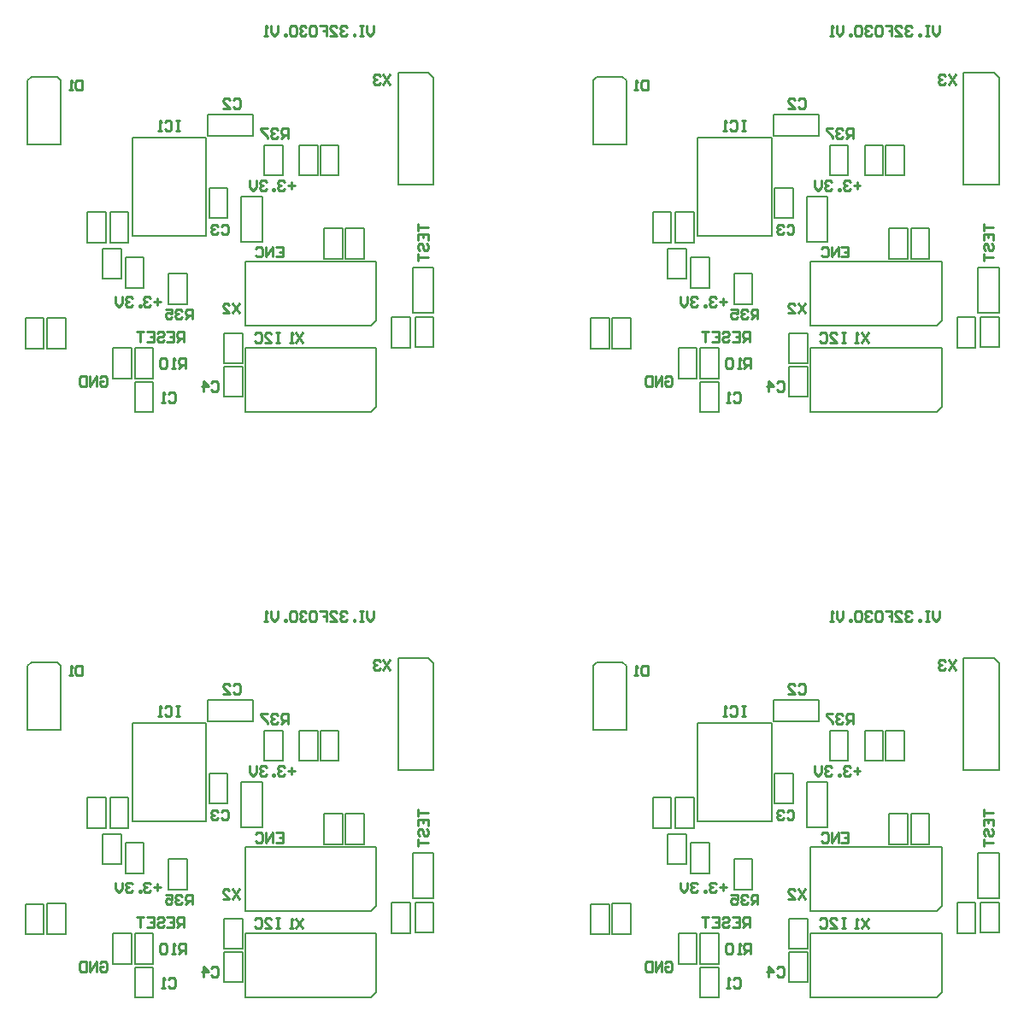
<source format=gbo>
G04*
G04 #@! TF.GenerationSoftware,Altium Limited,Altium Designer,21.8.1 (53)*
G04*
G04 Layer_Color=32896*
%FSLAX44Y44*%
%MOMM*%
G71*
G04*
G04 #@! TF.SameCoordinates,A6134195-47DE-4A90-8313-BABE1660A9E3*
G04*
G04*
G04 #@! TF.FilePolarity,Positive*
G04*
G01*
G75*
%ADD18C,0.2540*%
%ADD43C,0.2000*%
D18*
X90908Y47295D02*
X92574Y48961D01*
X95906D01*
X97572Y47295D01*
Y40630D01*
X95906Y38964D01*
X92574D01*
X90908Y40630D01*
Y43962D01*
X94240D01*
X87575Y38964D02*
Y48961D01*
X80911Y38964D01*
Y48961D01*
X77579D02*
Y38964D01*
X72580D01*
X70914Y40630D01*
Y47295D01*
X72580Y48961D01*
X77579D01*
X151166Y122448D02*
X144502D01*
X147834Y125781D02*
Y119116D01*
X141169Y125781D02*
X139503Y127447D01*
X136171D01*
X134505Y125781D01*
Y124115D01*
X136171Y122448D01*
X137837D01*
X136171D01*
X134505Y120782D01*
Y119116D01*
X136171Y117450D01*
X139503D01*
X141169Y119116D01*
X131173Y117450D02*
Y119116D01*
X129506D01*
Y117450D01*
X131173D01*
X122842Y125781D02*
X121176Y127447D01*
X117844D01*
X116177Y125781D01*
Y124115D01*
X117844Y122448D01*
X119510D01*
X117844D01*
X116177Y120782D01*
Y119116D01*
X117844Y117450D01*
X121176D01*
X122842Y119116D01*
X112845Y127447D02*
Y120782D01*
X109513Y117450D01*
X106181Y120782D01*
Y127447D01*
X361986Y396179D02*
Y389514D01*
X358654Y386182D01*
X355322Y389514D01*
Y396179D01*
X351989D02*
X348657D01*
X350323D01*
Y386182D01*
X351989D01*
X348657D01*
X343659D02*
Y387848D01*
X341992D01*
Y386182D01*
X343659D01*
X335328Y394513D02*
X333662Y396179D01*
X330330D01*
X328663Y394513D01*
Y392846D01*
X330330Y391180D01*
X331996D01*
X330330D01*
X328663Y389514D01*
Y387848D01*
X330330Y386182D01*
X333662D01*
X335328Y387848D01*
X318667Y386182D02*
X325331D01*
X318667Y392846D01*
Y394513D01*
X320333Y396179D01*
X323665D01*
X325331Y394513D01*
X308670Y396179D02*
X315334D01*
Y391180D01*
X312002D01*
X315334D01*
Y386182D01*
X305338Y394513D02*
X303671Y396179D01*
X300339D01*
X298673Y394513D01*
Y387848D01*
X300339Y386182D01*
X303671D01*
X305338Y387848D01*
Y394513D01*
X295341D02*
X293675Y396179D01*
X290343D01*
X288676Y394513D01*
Y392846D01*
X290343Y391180D01*
X292009D01*
X290343D01*
X288676Y389514D01*
Y387848D01*
X290343Y386182D01*
X293675D01*
X295341Y387848D01*
X285344Y394513D02*
X283678Y396179D01*
X280346D01*
X278680Y394513D01*
Y387848D01*
X280346Y386182D01*
X283678D01*
X285344Y387848D01*
Y394513D01*
X275347Y386182D02*
Y387848D01*
X273681D01*
Y386182D01*
X275347D01*
X267017Y396179D02*
Y389514D01*
X263684Y386182D01*
X260352Y389514D01*
Y396179D01*
X257020Y386182D02*
X253688D01*
X255354D01*
Y396179D01*
X257020Y394513D01*
X265406Y177231D02*
X272070D01*
Y167234D01*
X265406D01*
X272070Y172232D02*
X268738D01*
X262073Y167234D02*
Y177231D01*
X255409Y167234D01*
Y177231D01*
X245412Y175565D02*
X247078Y177231D01*
X250410D01*
X252076Y175565D01*
Y168900D01*
X250410Y167234D01*
X247078D01*
X245412Y168900D01*
X269022Y92141D02*
X265690D01*
X267356D01*
Y82144D01*
X269022D01*
X265690D01*
X254027D02*
X260691D01*
X254027Y88808D01*
Y90475D01*
X255693Y92141D01*
X259025D01*
X260691Y90475D01*
X244030D02*
X245696Y92141D01*
X249028D01*
X250695Y90475D01*
Y83810D01*
X249028Y82144D01*
X245696D01*
X244030Y83810D01*
X284008Y237764D02*
X277344D01*
X280676Y241097D02*
Y234432D01*
X274011Y241097D02*
X272345Y242763D01*
X269013D01*
X267347Y241097D01*
Y239431D01*
X269013Y237764D01*
X270679D01*
X269013D01*
X267347Y236098D01*
Y234432D01*
X269013Y232766D01*
X272345D01*
X274011Y234432D01*
X264014Y232766D02*
Y234432D01*
X262348D01*
Y232766D01*
X264014D01*
X255684Y241097D02*
X254018Y242763D01*
X250686D01*
X249019Y241097D01*
Y239431D01*
X250686Y237764D01*
X252352D01*
X250686D01*
X249019Y236098D01*
Y234432D01*
X250686Y232766D01*
X254018D01*
X255684Y234432D01*
X245687Y242763D02*
Y236098D01*
X242355Y232766D01*
X239023Y236098D01*
Y242763D01*
X406003Y200000D02*
Y193335D01*
Y196668D01*
X416000D01*
X406003Y183339D02*
Y190003D01*
X416000D01*
Y183339D01*
X411002Y190003D02*
Y186671D01*
X407669Y173342D02*
X406003Y175008D01*
Y178340D01*
X407669Y180007D01*
X409336D01*
X411002Y178340D01*
Y175008D01*
X412668Y173342D01*
X414334D01*
X416000Y175008D01*
Y178340D01*
X414334Y180007D01*
X406003Y170010D02*
Y163345D01*
Y166677D01*
X416000D01*
X174026Y82906D02*
Y92903D01*
X169028D01*
X167362Y91237D01*
Y87904D01*
X169028Y86238D01*
X174026D01*
X170694D02*
X167362Y82906D01*
X157365Y92903D02*
X164029D01*
Y82906D01*
X157365D01*
X164029Y87904D02*
X160697D01*
X147368Y91237D02*
X149034Y92903D01*
X152366D01*
X154032Y91237D01*
Y89571D01*
X152366Y87904D01*
X149034D01*
X147368Y86238D01*
Y84572D01*
X149034Y82906D01*
X152366D01*
X154032Y84572D01*
X137371Y92903D02*
X144036D01*
Y82906D01*
X137371D01*
X144036Y87904D02*
X140703D01*
X134039Y92903D02*
X127374D01*
X130707D01*
Y82906D01*
X201398Y42469D02*
X203064Y44135D01*
X206396D01*
X208062Y42469D01*
Y35804D01*
X206396Y34138D01*
X203064D01*
X201398Y35804D01*
X193067Y34138D02*
Y44135D01*
X198065Y39136D01*
X191401D01*
X211304Y197663D02*
X212970Y199329D01*
X216302D01*
X217968Y197663D01*
Y190998D01*
X216302Y189332D01*
X212970D01*
X211304Y190998D01*
X207971Y197663D02*
X206305Y199329D01*
X202973D01*
X201307Y197663D01*
Y195996D01*
X202973Y194330D01*
X204639D01*
X202973D01*
X201307Y192664D01*
Y190998D01*
X202973Y189332D01*
X206305D01*
X207971Y190998D01*
X73437Y342380D02*
Y332384D01*
X68438D01*
X66772Y334050D01*
Y340714D01*
X68438Y342380D01*
X73437D01*
X63440Y332384D02*
X60108D01*
X61774D01*
Y342380D01*
X63440Y340714D01*
X378242Y347665D02*
X371578Y337668D01*
Y347665D02*
X378242Y337668D01*
X368245Y345999D02*
X366579Y347665D01*
X363247D01*
X361581Y345999D01*
Y344333D01*
X363247Y342666D01*
X364913D01*
X363247D01*
X361581Y341000D01*
Y339334D01*
X363247Y337668D01*
X366579D01*
X368245Y339334D01*
X158472Y31293D02*
X160138Y32959D01*
X163470D01*
X165136Y31293D01*
Y24628D01*
X163470Y22962D01*
X160138D01*
X158472Y24628D01*
X155139Y22962D02*
X151807D01*
X153473D01*
Y32959D01*
X155139Y31293D01*
X175550Y56998D02*
Y66995D01*
X170552D01*
X168886Y65329D01*
Y61996D01*
X170552Y60330D01*
X175550D01*
X172218D02*
X168886Y56998D01*
X165553D02*
X162221D01*
X163887D01*
Y66995D01*
X165553Y65329D01*
X157223D02*
X155556Y66995D01*
X152224D01*
X150558Y65329D01*
Y58664D01*
X152224Y56998D01*
X155556D01*
X157223Y58664D01*
Y65329D01*
X291882Y91887D02*
X285218Y81890D01*
Y91887D02*
X291882Y81890D01*
X281885D02*
X278553D01*
X280219D01*
Y91887D01*
X281885Y90221D01*
X229144Y121351D02*
X222480Y111354D01*
Y121351D02*
X229144Y111354D01*
X212483D02*
X219147D01*
X212483Y118019D01*
Y119685D01*
X214149Y121351D01*
X217481D01*
X219147Y119685D01*
X169962Y301945D02*
X166630D01*
X168296D01*
Y291948D01*
X169962D01*
X166630D01*
X154967Y300279D02*
X156633Y301945D01*
X159965D01*
X161631Y300279D01*
Y293614D01*
X159965Y291948D01*
X156633D01*
X154967Y293614D01*
X151635Y291948D02*
X148302D01*
X149969D01*
Y301945D01*
X151635Y300279D01*
X222734Y322631D02*
X224400Y324297D01*
X227732D01*
X229398Y322631D01*
Y315966D01*
X227732Y314300D01*
X224400D01*
X222734Y315966D01*
X212737Y314300D02*
X219401D01*
X212737Y320965D01*
Y322631D01*
X214403Y324297D01*
X217735D01*
X219401Y322631D01*
X182408Y105512D02*
Y115509D01*
X177410D01*
X175744Y113843D01*
Y110510D01*
X177410Y108844D01*
X182408D01*
X179076D02*
X175744Y105512D01*
X172411Y113843D02*
X170745Y115509D01*
X167413D01*
X165747Y113843D01*
Y112177D01*
X167413Y110510D01*
X169079D01*
X167413D01*
X165747Y108844D01*
Y107178D01*
X167413Y105512D01*
X170745D01*
X172411Y107178D01*
X155750Y115509D02*
X162414D01*
Y110510D01*
X159082Y112177D01*
X157416D01*
X155750Y110510D01*
Y107178D01*
X157416Y105512D01*
X160748D01*
X162414Y107178D01*
X276896Y284328D02*
Y294325D01*
X271898D01*
X270232Y292659D01*
Y289326D01*
X271898Y287660D01*
X276896D01*
X273564D02*
X270232Y284328D01*
X266899Y292659D02*
X265233Y294325D01*
X261901D01*
X260235Y292659D01*
Y290993D01*
X261901Y289326D01*
X263567D01*
X261901D01*
X260235Y287660D01*
Y285994D01*
X261901Y284328D01*
X265233D01*
X266899Y285994D01*
X256903Y294325D02*
X250238D01*
Y292659D01*
X256903Y285994D01*
Y284328D01*
X650908Y47295D02*
X652574Y48961D01*
X655906D01*
X657572Y47295D01*
Y40630D01*
X655906Y38964D01*
X652574D01*
X650908Y40630D01*
Y43962D01*
X654240D01*
X647575Y38964D02*
Y48961D01*
X640911Y38964D01*
Y48961D01*
X637579D02*
Y38964D01*
X632580D01*
X630914Y40630D01*
Y47295D01*
X632580Y48961D01*
X637579D01*
X711166Y122448D02*
X704502D01*
X707834Y125781D02*
Y119116D01*
X701169Y125781D02*
X699503Y127447D01*
X696171D01*
X694505Y125781D01*
Y124115D01*
X696171Y122448D01*
X697837D01*
X696171D01*
X694505Y120782D01*
Y119116D01*
X696171Y117450D01*
X699503D01*
X701169Y119116D01*
X691173Y117450D02*
Y119116D01*
X689507D01*
Y117450D01*
X691173D01*
X682842Y125781D02*
X681176Y127447D01*
X677844D01*
X676178Y125781D01*
Y124115D01*
X677844Y122448D01*
X679510D01*
X677844D01*
X676178Y120782D01*
Y119116D01*
X677844Y117450D01*
X681176D01*
X682842Y119116D01*
X672845Y127447D02*
Y120782D01*
X669513Y117450D01*
X666181Y120782D01*
Y127447D01*
X921986Y396179D02*
Y389514D01*
X918654Y386182D01*
X915322Y389514D01*
Y396179D01*
X911989D02*
X908657D01*
X910323D01*
Y386182D01*
X911989D01*
X908657D01*
X903659D02*
Y387848D01*
X901993D01*
Y386182D01*
X903659D01*
X895328Y394513D02*
X893662Y396179D01*
X890330D01*
X888664Y394513D01*
Y392846D01*
X890330Y391180D01*
X891996D01*
X890330D01*
X888664Y389514D01*
Y387848D01*
X890330Y386182D01*
X893662D01*
X895328Y387848D01*
X878667Y386182D02*
X885331D01*
X878667Y392846D01*
Y394513D01*
X880333Y396179D01*
X883665D01*
X885331Y394513D01*
X868670Y396179D02*
X875334D01*
Y391180D01*
X872002D01*
X875334D01*
Y386182D01*
X865338Y394513D02*
X863672Y396179D01*
X860339D01*
X858673Y394513D01*
Y387848D01*
X860339Y386182D01*
X863672D01*
X865338Y387848D01*
Y394513D01*
X855341D02*
X853675Y396179D01*
X850343D01*
X848677Y394513D01*
Y392846D01*
X850343Y391180D01*
X852009D01*
X850343D01*
X848677Y389514D01*
Y387848D01*
X850343Y386182D01*
X853675D01*
X855341Y387848D01*
X845344Y394513D02*
X843678Y396179D01*
X840346D01*
X838680Y394513D01*
Y387848D01*
X840346Y386182D01*
X843678D01*
X845344Y387848D01*
Y394513D01*
X835347Y386182D02*
Y387848D01*
X833681D01*
Y386182D01*
X835347D01*
X827017Y396179D02*
Y389514D01*
X823684Y386182D01*
X820352Y389514D01*
Y396179D01*
X817020Y386182D02*
X813688D01*
X815354D01*
Y396179D01*
X817020Y394513D01*
X825406Y177231D02*
X832070D01*
Y167234D01*
X825406D01*
X832070Y172232D02*
X828738D01*
X822073Y167234D02*
Y177231D01*
X815409Y167234D01*
Y177231D01*
X805412Y175565D02*
X807078Y177231D01*
X810411D01*
X812077Y175565D01*
Y168900D01*
X810411Y167234D01*
X807078D01*
X805412Y168900D01*
X829022Y92141D02*
X825690D01*
X827356D01*
Y82144D01*
X829022D01*
X825690D01*
X814027D02*
X820692D01*
X814027Y88808D01*
Y90475D01*
X815693Y92141D01*
X819025D01*
X820692Y90475D01*
X804030D02*
X805696Y92141D01*
X809029D01*
X810695Y90475D01*
Y83810D01*
X809029Y82144D01*
X805696D01*
X804030Y83810D01*
X844008Y237764D02*
X837344D01*
X840676Y241097D02*
Y234432D01*
X834011Y241097D02*
X832345Y242763D01*
X829013D01*
X827347Y241097D01*
Y239431D01*
X829013Y237764D01*
X830679D01*
X829013D01*
X827347Y236098D01*
Y234432D01*
X829013Y232766D01*
X832345D01*
X834011Y234432D01*
X824015Y232766D02*
Y234432D01*
X822348D01*
Y232766D01*
X824015D01*
X815684Y241097D02*
X814018Y242763D01*
X810686D01*
X809019Y241097D01*
Y239431D01*
X810686Y237764D01*
X812352D01*
X810686D01*
X809019Y236098D01*
Y234432D01*
X810686Y232766D01*
X814018D01*
X815684Y234432D01*
X805687Y242763D02*
Y236098D01*
X802355Y232766D01*
X799023Y236098D01*
Y242763D01*
X966003Y200000D02*
Y193335D01*
Y196668D01*
X976000D01*
X966003Y183339D02*
Y190003D01*
X976000D01*
Y183339D01*
X971002Y190003D02*
Y186671D01*
X967670Y173342D02*
X966003Y175008D01*
Y178340D01*
X967670Y180007D01*
X969336D01*
X971002Y178340D01*
Y175008D01*
X972668Y173342D01*
X974334D01*
X976000Y175008D01*
Y178340D01*
X974334Y180007D01*
X966003Y170010D02*
Y163345D01*
Y166677D01*
X976000D01*
X734026Y82906D02*
Y92903D01*
X729028D01*
X727362Y91237D01*
Y87904D01*
X729028Y86238D01*
X734026D01*
X730694D02*
X727362Y82906D01*
X717365Y92903D02*
X724029D01*
Y82906D01*
X717365D01*
X724029Y87904D02*
X720697D01*
X707368Y91237D02*
X709034Y92903D01*
X712366D01*
X714033Y91237D01*
Y89571D01*
X712366Y87904D01*
X709034D01*
X707368Y86238D01*
Y84572D01*
X709034Y82906D01*
X712366D01*
X714033Y84572D01*
X697371Y92903D02*
X704036D01*
Y82906D01*
X697371D01*
X704036Y87904D02*
X700704D01*
X694039Y92903D02*
X687374D01*
X690707D01*
Y82906D01*
X761398Y42469D02*
X763064Y44135D01*
X766396D01*
X768062Y42469D01*
Y35804D01*
X766396Y34138D01*
X763064D01*
X761398Y35804D01*
X753067Y34138D02*
Y44135D01*
X758065Y39136D01*
X751401D01*
X771304Y197663D02*
X772970Y199329D01*
X776302D01*
X777968Y197663D01*
Y190998D01*
X776302Y189332D01*
X772970D01*
X771304Y190998D01*
X767971Y197663D02*
X766305Y199329D01*
X762973D01*
X761307Y197663D01*
Y195996D01*
X762973Y194330D01*
X764639D01*
X762973D01*
X761307Y192664D01*
Y190998D01*
X762973Y189332D01*
X766305D01*
X767971Y190998D01*
X633437Y342380D02*
Y332384D01*
X628438D01*
X626772Y334050D01*
Y340714D01*
X628438Y342380D01*
X633437D01*
X623440Y332384D02*
X620108D01*
X621774D01*
Y342380D01*
X623440Y340714D01*
X938242Y347665D02*
X931578Y337668D01*
Y347665D02*
X938242Y337668D01*
X928245Y345999D02*
X926579Y347665D01*
X923247D01*
X921581Y345999D01*
Y344333D01*
X923247Y342666D01*
X924913D01*
X923247D01*
X921581Y341000D01*
Y339334D01*
X923247Y337668D01*
X926579D01*
X928245Y339334D01*
X718472Y31293D02*
X720138Y32959D01*
X723470D01*
X725136Y31293D01*
Y24628D01*
X723470Y22962D01*
X720138D01*
X718472Y24628D01*
X715139Y22962D02*
X711807D01*
X713473D01*
Y32959D01*
X715139Y31293D01*
X735550Y56998D02*
Y66995D01*
X730552D01*
X728886Y65329D01*
Y61996D01*
X730552Y60330D01*
X735550D01*
X732218D02*
X728886Y56998D01*
X725553D02*
X722221D01*
X723887D01*
Y66995D01*
X725553Y65329D01*
X717223D02*
X715557Y66995D01*
X712224D01*
X710558Y65329D01*
Y58664D01*
X712224Y56998D01*
X715557D01*
X717223Y58664D01*
Y65329D01*
X851882Y91887D02*
X845218Y81890D01*
Y91887D02*
X851882Y81890D01*
X841885D02*
X838553D01*
X840219D01*
Y91887D01*
X841885Y90221D01*
X789144Y121351D02*
X782480Y111354D01*
Y121351D02*
X789144Y111354D01*
X772483D02*
X779147D01*
X772483Y118019D01*
Y119685D01*
X774149Y121351D01*
X777481D01*
X779147Y119685D01*
X729962Y301945D02*
X726630D01*
X728296D01*
Y291948D01*
X729962D01*
X726630D01*
X714967Y300279D02*
X716633Y301945D01*
X719965D01*
X721631Y300279D01*
Y293614D01*
X719965Y291948D01*
X716633D01*
X714967Y293614D01*
X711635Y291948D02*
X708303D01*
X709969D01*
Y301945D01*
X711635Y300279D01*
X782734Y322631D02*
X784400Y324297D01*
X787732D01*
X789398Y322631D01*
Y315966D01*
X787732Y314300D01*
X784400D01*
X782734Y315966D01*
X772737Y314300D02*
X779401D01*
X772737Y320965D01*
Y322631D01*
X774403Y324297D01*
X777735D01*
X779401Y322631D01*
X742408Y105512D02*
Y115509D01*
X737410D01*
X735744Y113843D01*
Y110510D01*
X737410Y108844D01*
X742408D01*
X739076D02*
X735744Y105512D01*
X732411Y113843D02*
X730745Y115509D01*
X727413D01*
X725747Y113843D01*
Y112177D01*
X727413Y110510D01*
X729079D01*
X727413D01*
X725747Y108844D01*
Y107178D01*
X727413Y105512D01*
X730745D01*
X732411Y107178D01*
X715750Y115509D02*
X722415D01*
Y110510D01*
X719082Y112177D01*
X717416D01*
X715750Y110510D01*
Y107178D01*
X717416Y105512D01*
X720749D01*
X722415Y107178D01*
X836896Y284328D02*
Y294325D01*
X831898D01*
X830232Y292659D01*
Y289326D01*
X831898Y287660D01*
X836896D01*
X833564D02*
X830232Y284328D01*
X826899Y292659D02*
X825233Y294325D01*
X821901D01*
X820235Y292659D01*
Y290993D01*
X821901Y289326D01*
X823567D01*
X821901D01*
X820235Y287660D01*
Y285994D01*
X821901Y284328D01*
X825233D01*
X826899Y285994D01*
X816903Y294325D02*
X810238D01*
Y292659D01*
X816903Y285994D01*
Y284328D01*
X90908Y627295D02*
X92574Y628961D01*
X95906D01*
X97572Y627295D01*
Y620630D01*
X95906Y618964D01*
X92574D01*
X90908Y620630D01*
Y623962D01*
X94240D01*
X87575Y618964D02*
Y628961D01*
X80911Y618964D01*
Y628961D01*
X77579D02*
Y618964D01*
X72580D01*
X70914Y620630D01*
Y627295D01*
X72580Y628961D01*
X77579D01*
X151166Y702448D02*
X144502D01*
X147834Y705781D02*
Y699116D01*
X141169Y705781D02*
X139503Y707447D01*
X136171D01*
X134505Y705781D01*
Y704115D01*
X136171Y702448D01*
X137837D01*
X136171D01*
X134505Y700782D01*
Y699116D01*
X136171Y697450D01*
X139503D01*
X141169Y699116D01*
X131173Y697450D02*
Y699116D01*
X129506D01*
Y697450D01*
X131173D01*
X122842Y705781D02*
X121176Y707447D01*
X117844D01*
X116177Y705781D01*
Y704115D01*
X117844Y702448D01*
X119510D01*
X117844D01*
X116177Y700782D01*
Y699116D01*
X117844Y697450D01*
X121176D01*
X122842Y699116D01*
X112845Y707447D02*
Y700782D01*
X109513Y697450D01*
X106181Y700782D01*
Y707447D01*
X361986Y976179D02*
Y969514D01*
X358654Y966182D01*
X355322Y969514D01*
Y976179D01*
X351989D02*
X348657D01*
X350323D01*
Y966182D01*
X351989D01*
X348657D01*
X343659D02*
Y967848D01*
X341992D01*
Y966182D01*
X343659D01*
X335328Y974513D02*
X333662Y976179D01*
X330330D01*
X328663Y974513D01*
Y972847D01*
X330330Y971180D01*
X331996D01*
X330330D01*
X328663Y969514D01*
Y967848D01*
X330330Y966182D01*
X333662D01*
X335328Y967848D01*
X318667Y966182D02*
X325331D01*
X318667Y972847D01*
Y974513D01*
X320333Y976179D01*
X323665D01*
X325331Y974513D01*
X308670Y976179D02*
X315334D01*
Y971180D01*
X312002D01*
X315334D01*
Y966182D01*
X305338Y974513D02*
X303671Y976179D01*
X300339D01*
X298673Y974513D01*
Y967848D01*
X300339Y966182D01*
X303671D01*
X305338Y967848D01*
Y974513D01*
X295341D02*
X293675Y976179D01*
X290343D01*
X288676Y974513D01*
Y972847D01*
X290343Y971180D01*
X292009D01*
X290343D01*
X288676Y969514D01*
Y967848D01*
X290343Y966182D01*
X293675D01*
X295341Y967848D01*
X285344Y974513D02*
X283678Y976179D01*
X280346D01*
X278680Y974513D01*
Y967848D01*
X280346Y966182D01*
X283678D01*
X285344Y967848D01*
Y974513D01*
X275347Y966182D02*
Y967848D01*
X273681D01*
Y966182D01*
X275347D01*
X267017Y976179D02*
Y969514D01*
X263684Y966182D01*
X260352Y969514D01*
Y976179D01*
X257020Y966182D02*
X253688D01*
X255354D01*
Y976179D01*
X257020Y974513D01*
X265406Y757231D02*
X272070D01*
Y747234D01*
X265406D01*
X272070Y752232D02*
X268738D01*
X262073Y747234D02*
Y757231D01*
X255409Y747234D01*
Y757231D01*
X245412Y755565D02*
X247078Y757231D01*
X250410D01*
X252076Y755565D01*
Y748900D01*
X250410Y747234D01*
X247078D01*
X245412Y748900D01*
X269022Y672141D02*
X265690D01*
X267356D01*
Y662144D01*
X269022D01*
X265690D01*
X254027D02*
X260691D01*
X254027Y668809D01*
Y670475D01*
X255693Y672141D01*
X259025D01*
X260691Y670475D01*
X244030D02*
X245696Y672141D01*
X249028D01*
X250695Y670475D01*
Y663810D01*
X249028Y662144D01*
X245696D01*
X244030Y663810D01*
X284008Y817764D02*
X277344D01*
X280676Y821097D02*
Y814432D01*
X274011Y821097D02*
X272345Y822763D01*
X269013D01*
X267347Y821097D01*
Y819430D01*
X269013Y817764D01*
X270679D01*
X269013D01*
X267347Y816098D01*
Y814432D01*
X269013Y812766D01*
X272345D01*
X274011Y814432D01*
X264014Y812766D02*
Y814432D01*
X262348D01*
Y812766D01*
X264014D01*
X255684Y821097D02*
X254018Y822763D01*
X250686D01*
X249019Y821097D01*
Y819430D01*
X250686Y817764D01*
X252352D01*
X250686D01*
X249019Y816098D01*
Y814432D01*
X250686Y812766D01*
X254018D01*
X255684Y814432D01*
X245687Y822763D02*
Y816098D01*
X242355Y812766D01*
X239023Y816098D01*
Y822763D01*
X406003Y780000D02*
Y773335D01*
Y776668D01*
X416000D01*
X406003Y763339D02*
Y770003D01*
X416000D01*
Y763339D01*
X411002Y770003D02*
Y766671D01*
X407669Y753342D02*
X406003Y755008D01*
Y758340D01*
X407669Y760006D01*
X409336D01*
X411002Y758340D01*
Y755008D01*
X412668Y753342D01*
X414334D01*
X416000Y755008D01*
Y758340D01*
X414334Y760006D01*
X406003Y750010D02*
Y743345D01*
Y746677D01*
X416000D01*
X174026Y662906D02*
Y672903D01*
X169028D01*
X167362Y671237D01*
Y667904D01*
X169028Y666238D01*
X174026D01*
X170694D02*
X167362Y662906D01*
X157365Y672903D02*
X164029D01*
Y662906D01*
X157365D01*
X164029Y667904D02*
X160697D01*
X147368Y671237D02*
X149034Y672903D01*
X152366D01*
X154032Y671237D01*
Y669570D01*
X152366Y667904D01*
X149034D01*
X147368Y666238D01*
Y664572D01*
X149034Y662906D01*
X152366D01*
X154032Y664572D01*
X137371Y672903D02*
X144036D01*
Y662906D01*
X137371D01*
X144036Y667904D02*
X140703D01*
X134039Y672903D02*
X127374D01*
X130707D01*
Y662906D01*
X201398Y622469D02*
X203064Y624135D01*
X206396D01*
X208062Y622469D01*
Y615804D01*
X206396Y614138D01*
X203064D01*
X201398Y615804D01*
X193067Y614138D02*
Y624135D01*
X198065Y619136D01*
X191401D01*
X211304Y777663D02*
X212970Y779329D01*
X216302D01*
X217968Y777663D01*
Y770998D01*
X216302Y769332D01*
X212970D01*
X211304Y770998D01*
X207971Y777663D02*
X206305Y779329D01*
X202973D01*
X201307Y777663D01*
Y775996D01*
X202973Y774330D01*
X204639D01*
X202973D01*
X201307Y772664D01*
Y770998D01*
X202973Y769332D01*
X206305D01*
X207971Y770998D01*
X73437Y922380D02*
Y912384D01*
X68438D01*
X66772Y914050D01*
Y920714D01*
X68438Y922380D01*
X73437D01*
X63440Y912384D02*
X60108D01*
X61774D01*
Y922380D01*
X63440Y920714D01*
X378242Y927665D02*
X371578Y917668D01*
Y927665D02*
X378242Y917668D01*
X368245Y925999D02*
X366579Y927665D01*
X363247D01*
X361581Y925999D01*
Y924333D01*
X363247Y922666D01*
X364913D01*
X363247D01*
X361581Y921000D01*
Y919334D01*
X363247Y917668D01*
X366579D01*
X368245Y919334D01*
X158472Y611293D02*
X160138Y612959D01*
X163470D01*
X165136Y611293D01*
Y604628D01*
X163470Y602962D01*
X160138D01*
X158472Y604628D01*
X155139Y602962D02*
X151807D01*
X153473D01*
Y612959D01*
X155139Y611293D01*
X175550Y636998D02*
Y646995D01*
X170552D01*
X168886Y645329D01*
Y641996D01*
X170552Y640330D01*
X175550D01*
X172218D02*
X168886Y636998D01*
X165553D02*
X162221D01*
X163887D01*
Y646995D01*
X165553Y645329D01*
X157223D02*
X155556Y646995D01*
X152224D01*
X150558Y645329D01*
Y638664D01*
X152224Y636998D01*
X155556D01*
X157223Y638664D01*
Y645329D01*
X291882Y671887D02*
X285218Y661890D01*
Y671887D02*
X291882Y661890D01*
X281885D02*
X278553D01*
X280219D01*
Y671887D01*
X281885Y670221D01*
X229144Y701351D02*
X222480Y691354D01*
Y701351D02*
X229144Y691354D01*
X212483D02*
X219147D01*
X212483Y698018D01*
Y699685D01*
X214149Y701351D01*
X217481D01*
X219147Y699685D01*
X169962Y881945D02*
X166630D01*
X168296D01*
Y871948D01*
X169962D01*
X166630D01*
X154967Y880279D02*
X156633Y881945D01*
X159965D01*
X161631Y880279D01*
Y873614D01*
X159965Y871948D01*
X156633D01*
X154967Y873614D01*
X151635Y871948D02*
X148302D01*
X149969D01*
Y881945D01*
X151635Y880279D01*
X222734Y902631D02*
X224400Y904297D01*
X227732D01*
X229398Y902631D01*
Y895966D01*
X227732Y894300D01*
X224400D01*
X222734Y895966D01*
X212737Y894300D02*
X219401D01*
X212737Y900965D01*
Y902631D01*
X214403Y904297D01*
X217735D01*
X219401Y902631D01*
X182408Y685512D02*
Y695509D01*
X177410D01*
X175744Y693843D01*
Y690510D01*
X177410Y688844D01*
X182408D01*
X179076D02*
X175744Y685512D01*
X172411Y693843D02*
X170745Y695509D01*
X167413D01*
X165747Y693843D01*
Y692177D01*
X167413Y690510D01*
X169079D01*
X167413D01*
X165747Y688844D01*
Y687178D01*
X167413Y685512D01*
X170745D01*
X172411Y687178D01*
X155750Y695509D02*
X162414D01*
Y690510D01*
X159082Y692177D01*
X157416D01*
X155750Y690510D01*
Y687178D01*
X157416Y685512D01*
X160748D01*
X162414Y687178D01*
X276896Y864328D02*
Y874325D01*
X271898D01*
X270232Y872659D01*
Y869326D01*
X271898Y867660D01*
X276896D01*
X273564D02*
X270232Y864328D01*
X266899Y872659D02*
X265233Y874325D01*
X261901D01*
X260235Y872659D01*
Y870993D01*
X261901Y869326D01*
X263567D01*
X261901D01*
X260235Y867660D01*
Y865994D01*
X261901Y864328D01*
X265233D01*
X266899Y865994D01*
X256903Y874325D02*
X250238D01*
Y872659D01*
X256903Y865994D01*
Y864328D01*
X650908Y627295D02*
X652574Y628961D01*
X655906D01*
X657572Y627295D01*
Y620630D01*
X655906Y618964D01*
X652574D01*
X650908Y620630D01*
Y623962D01*
X654240D01*
X647575Y618964D02*
Y628961D01*
X640911Y618964D01*
Y628961D01*
X637579D02*
Y618964D01*
X632580D01*
X630914Y620630D01*
Y627295D01*
X632580Y628961D01*
X637579D01*
X711166Y702448D02*
X704502D01*
X707834Y705781D02*
Y699116D01*
X701169Y705781D02*
X699503Y707447D01*
X696171D01*
X694505Y705781D01*
Y704115D01*
X696171Y702448D01*
X697837D01*
X696171D01*
X694505Y700782D01*
Y699116D01*
X696171Y697450D01*
X699503D01*
X701169Y699116D01*
X691173Y697450D02*
Y699116D01*
X689507D01*
Y697450D01*
X691173D01*
X682842Y705781D02*
X681176Y707447D01*
X677844D01*
X676178Y705781D01*
Y704115D01*
X677844Y702448D01*
X679510D01*
X677844D01*
X676178Y700782D01*
Y699116D01*
X677844Y697450D01*
X681176D01*
X682842Y699116D01*
X672845Y707447D02*
Y700782D01*
X669513Y697450D01*
X666181Y700782D01*
Y707447D01*
X921986Y976179D02*
Y969514D01*
X918654Y966182D01*
X915322Y969514D01*
Y976179D01*
X911989D02*
X908657D01*
X910323D01*
Y966182D01*
X911989D01*
X908657D01*
X903659D02*
Y967848D01*
X901993D01*
Y966182D01*
X903659D01*
X895328Y974513D02*
X893662Y976179D01*
X890330D01*
X888664Y974513D01*
Y972847D01*
X890330Y971180D01*
X891996D01*
X890330D01*
X888664Y969514D01*
Y967848D01*
X890330Y966182D01*
X893662D01*
X895328Y967848D01*
X878667Y966182D02*
X885331D01*
X878667Y972847D01*
Y974513D01*
X880333Y976179D01*
X883665D01*
X885331Y974513D01*
X868670Y976179D02*
X875334D01*
Y971180D01*
X872002D01*
X875334D01*
Y966182D01*
X865338Y974513D02*
X863672Y976179D01*
X860339D01*
X858673Y974513D01*
Y967848D01*
X860339Y966182D01*
X863672D01*
X865338Y967848D01*
Y974513D01*
X855341D02*
X853675Y976179D01*
X850343D01*
X848677Y974513D01*
Y972847D01*
X850343Y971180D01*
X852009D01*
X850343D01*
X848677Y969514D01*
Y967848D01*
X850343Y966182D01*
X853675D01*
X855341Y967848D01*
X845344Y974513D02*
X843678Y976179D01*
X840346D01*
X838680Y974513D01*
Y967848D01*
X840346Y966182D01*
X843678D01*
X845344Y967848D01*
Y974513D01*
X835347Y966182D02*
Y967848D01*
X833681D01*
Y966182D01*
X835347D01*
X827017Y976179D02*
Y969514D01*
X823684Y966182D01*
X820352Y969514D01*
Y976179D01*
X817020Y966182D02*
X813688D01*
X815354D01*
Y976179D01*
X817020Y974513D01*
X825406Y757231D02*
X832070D01*
Y747234D01*
X825406D01*
X832070Y752232D02*
X828738D01*
X822073Y747234D02*
Y757231D01*
X815409Y747234D01*
Y757231D01*
X805412Y755565D02*
X807078Y757231D01*
X810411D01*
X812077Y755565D01*
Y748900D01*
X810411Y747234D01*
X807078D01*
X805412Y748900D01*
X829022Y672141D02*
X825690D01*
X827356D01*
Y662144D01*
X829022D01*
X825690D01*
X814027D02*
X820692D01*
X814027Y668809D01*
Y670475D01*
X815693Y672141D01*
X819025D01*
X820692Y670475D01*
X804030D02*
X805696Y672141D01*
X809029D01*
X810695Y670475D01*
Y663810D01*
X809029Y662144D01*
X805696D01*
X804030Y663810D01*
X844008Y817764D02*
X837344D01*
X840676Y821097D02*
Y814432D01*
X834011Y821097D02*
X832345Y822763D01*
X829013D01*
X827347Y821097D01*
Y819430D01*
X829013Y817764D01*
X830679D01*
X829013D01*
X827347Y816098D01*
Y814432D01*
X829013Y812766D01*
X832345D01*
X834011Y814432D01*
X824015Y812766D02*
Y814432D01*
X822348D01*
Y812766D01*
X824015D01*
X815684Y821097D02*
X814018Y822763D01*
X810686D01*
X809019Y821097D01*
Y819430D01*
X810686Y817764D01*
X812352D01*
X810686D01*
X809019Y816098D01*
Y814432D01*
X810686Y812766D01*
X814018D01*
X815684Y814432D01*
X805687Y822763D02*
Y816098D01*
X802355Y812766D01*
X799023Y816098D01*
Y822763D01*
X966003Y780000D02*
Y773335D01*
Y776668D01*
X976000D01*
X966003Y763339D02*
Y770003D01*
X976000D01*
Y763339D01*
X971002Y770003D02*
Y766671D01*
X967670Y753342D02*
X966003Y755008D01*
Y758340D01*
X967670Y760006D01*
X969336D01*
X971002Y758340D01*
Y755008D01*
X972668Y753342D01*
X974334D01*
X976000Y755008D01*
Y758340D01*
X974334Y760006D01*
X966003Y750010D02*
Y743345D01*
Y746677D01*
X976000D01*
X734026Y662906D02*
Y672903D01*
X729028D01*
X727362Y671237D01*
Y667904D01*
X729028Y666238D01*
X734026D01*
X730694D02*
X727362Y662906D01*
X717365Y672903D02*
X724029D01*
Y662906D01*
X717365D01*
X724029Y667904D02*
X720697D01*
X707368Y671237D02*
X709034Y672903D01*
X712366D01*
X714033Y671237D01*
Y669570D01*
X712366Y667904D01*
X709034D01*
X707368Y666238D01*
Y664572D01*
X709034Y662906D01*
X712366D01*
X714033Y664572D01*
X697371Y672903D02*
X704036D01*
Y662906D01*
X697371D01*
X704036Y667904D02*
X700704D01*
X694039Y672903D02*
X687374D01*
X690707D01*
Y662906D01*
X761398Y622469D02*
X763064Y624135D01*
X766396D01*
X768062Y622469D01*
Y615804D01*
X766396Y614138D01*
X763064D01*
X761398Y615804D01*
X753067Y614138D02*
Y624135D01*
X758065Y619136D01*
X751401D01*
X771304Y777663D02*
X772970Y779329D01*
X776302D01*
X777968Y777663D01*
Y770998D01*
X776302Y769332D01*
X772970D01*
X771304Y770998D01*
X767971Y777663D02*
X766305Y779329D01*
X762973D01*
X761307Y777663D01*
Y775996D01*
X762973Y774330D01*
X764639D01*
X762973D01*
X761307Y772664D01*
Y770998D01*
X762973Y769332D01*
X766305D01*
X767971Y770998D01*
X633437Y922380D02*
Y912384D01*
X628438D01*
X626772Y914050D01*
Y920714D01*
X628438Y922380D01*
X633437D01*
X623440Y912384D02*
X620108D01*
X621774D01*
Y922380D01*
X623440Y920714D01*
X938242Y927665D02*
X931578Y917668D01*
Y927665D02*
X938242Y917668D01*
X928245Y925999D02*
X926579Y927665D01*
X923247D01*
X921581Y925999D01*
Y924333D01*
X923247Y922666D01*
X924913D01*
X923247D01*
X921581Y921000D01*
Y919334D01*
X923247Y917668D01*
X926579D01*
X928245Y919334D01*
X718472Y611293D02*
X720138Y612959D01*
X723470D01*
X725136Y611293D01*
Y604628D01*
X723470Y602962D01*
X720138D01*
X718472Y604628D01*
X715139Y602962D02*
X711807D01*
X713473D01*
Y612959D01*
X715139Y611293D01*
X735550Y636998D02*
Y646995D01*
X730552D01*
X728886Y645329D01*
Y641996D01*
X730552Y640330D01*
X735550D01*
X732218D02*
X728886Y636998D01*
X725553D02*
X722221D01*
X723887D01*
Y646995D01*
X725553Y645329D01*
X717223D02*
X715557Y646995D01*
X712224D01*
X710558Y645329D01*
Y638664D01*
X712224Y636998D01*
X715557D01*
X717223Y638664D01*
Y645329D01*
X851882Y671887D02*
X845218Y661890D01*
Y671887D02*
X851882Y661890D01*
X841885D02*
X838553D01*
X840219D01*
Y671887D01*
X841885Y670221D01*
X789144Y701351D02*
X782480Y691354D01*
Y701351D02*
X789144Y691354D01*
X772483D02*
X779147D01*
X772483Y698018D01*
Y699685D01*
X774149Y701351D01*
X777481D01*
X779147Y699685D01*
X729962Y881945D02*
X726630D01*
X728296D01*
Y871948D01*
X729962D01*
X726630D01*
X714967Y880279D02*
X716633Y881945D01*
X719965D01*
X721631Y880279D01*
Y873614D01*
X719965Y871948D01*
X716633D01*
X714967Y873614D01*
X711635Y871948D02*
X708303D01*
X709969D01*
Y881945D01*
X711635Y880279D01*
X782734Y902631D02*
X784400Y904297D01*
X787732D01*
X789398Y902631D01*
Y895966D01*
X787732Y894300D01*
X784400D01*
X782734Y895966D01*
X772737Y894300D02*
X779401D01*
X772737Y900965D01*
Y902631D01*
X774403Y904297D01*
X777735D01*
X779401Y902631D01*
X742408Y685512D02*
Y695509D01*
X737410D01*
X735744Y693843D01*
Y690510D01*
X737410Y688844D01*
X742408D01*
X739076D02*
X735744Y685512D01*
X732411Y693843D02*
X730745Y695509D01*
X727413D01*
X725747Y693843D01*
Y692177D01*
X727413Y690510D01*
X729079D01*
X727413D01*
X725747Y688844D01*
Y687178D01*
X727413Y685512D01*
X730745D01*
X732411Y687178D01*
X715750Y695509D02*
X722415D01*
Y690510D01*
X719082Y692177D01*
X717416D01*
X715750Y690510D01*
Y687178D01*
X717416Y685512D01*
X720749D01*
X722415Y687178D01*
X836896Y864328D02*
Y874325D01*
X831898D01*
X830232Y872659D01*
Y869326D01*
X831898Y867660D01*
X836896D01*
X833564D02*
X830232Y864328D01*
X826899Y872659D02*
X825233Y874325D01*
X821901D01*
X820235Y872659D01*
Y870993D01*
X821901Y869326D01*
X823567D01*
X821901D01*
X820235Y867660D01*
Y865994D01*
X821901Y864328D01*
X825233D01*
X826899Y865994D01*
X816903Y874325D02*
X810238D01*
Y872659D01*
X816903Y865994D01*
Y864328D01*
D43*
X231938Y28804D02*
Y58776D01*
X213650Y28804D02*
X231938D01*
X213650D02*
Y58776D01*
X231938D01*
X199172Y205574D02*
Y235546D01*
X217460D01*
Y205574D02*
Y235546D01*
X199172Y205574D02*
X217460D01*
X19340Y278486D02*
X52360D01*
X52360Y341986D01*
X23150Y345796D02*
X48550Y345796D01*
X19340Y278486D02*
Y341986D01*
X23150Y345796D01*
X48550Y345796D02*
X52360Y341986D01*
X334046Y195428D02*
X352334Y195428D01*
X334046Y195428D02*
X334046Y165456D01*
X352334Y165456D01*
X352334Y195428D01*
X312710Y165456D02*
X330998Y165456D01*
X330998Y195428D02*
X330998Y165456D01*
X312710Y195428D02*
X330998Y195428D01*
X312710Y165456D02*
X312710Y195428D01*
X122210Y76810D02*
X122210Y46838D01*
X103922Y46838D02*
X122210Y46838D01*
X103922Y76810D02*
X103922Y46838D01*
X103922Y76810D02*
X122210Y76810D01*
X56678Y106528D02*
X56678Y76556D01*
X38390Y76556D02*
X56678Y76556D01*
X38390Y106528D02*
X38390Y76556D01*
X38390Y106528D02*
X56678Y106528D01*
X35342Y76302D02*
Y106274D01*
X17054Y76302D02*
X35342D01*
X17054D02*
Y106274D01*
X35342D01*
X125258Y76810D02*
X143546D01*
X125258Y46838D02*
Y76810D01*
Y46838D02*
X143546D01*
Y76810D01*
X96687Y211356D02*
X96687Y181384D01*
X78399Y181384D02*
X96687Y181384D01*
X78399Y181384D02*
X78399Y211356D01*
X96687D01*
X111796Y175362D02*
X111796Y145390D01*
X93508Y145390D02*
X111796Y145390D01*
X93508Y145390D02*
X93508Y175362D01*
X111796D01*
X119162Y211430D02*
X119162Y181458D01*
X100874Y181458D02*
X119162Y181458D01*
X100874Y181458D02*
Y211430D01*
X119162D01*
X134402Y136486D02*
X134402Y166458D01*
X116114Y136486D02*
X134402Y136486D01*
X116114Y136486D02*
X116114Y166458D01*
X134402D01*
X234732Y13926D02*
X359446Y13926D01*
X364526Y19006D01*
Y77172D01*
X234732Y77172D02*
X364526Y77172D01*
X234732Y77172D02*
X234732Y13926D01*
X234732Y99016D02*
X359446Y99016D01*
X364526Y104096D01*
X364526Y162262D02*
X364526Y104096D01*
X234732Y162262D02*
X364526Y162262D01*
X234732Y99016D02*
X234732Y162262D01*
X386396Y238538D02*
X421396Y238538D01*
X386396Y349288D02*
X386396Y238538D01*
X386396Y349288D02*
X416396Y349288D01*
X421396Y344288D01*
X421396Y238538D01*
X288326Y277724D02*
X306614Y277724D01*
X288326Y277724D02*
X288326Y247752D01*
X306614Y247752D01*
X306614Y277724D02*
X306614Y247752D01*
X309154Y277978D02*
X327442Y277978D01*
X309154Y248006D02*
X309154Y277978D01*
X309154Y248006D02*
X327442Y248006D01*
Y277978D01*
X380020Y107290D02*
X398308Y107290D01*
X380020Y77318D02*
Y107290D01*
Y77318D02*
X398308Y77318D01*
X398308Y107290D01*
X213650Y91796D02*
X231938D01*
X213650Y61824D02*
Y91796D01*
Y61824D02*
X231938D01*
Y91796D01*
X196294Y187590D02*
X196294Y285590D01*
X123044Y187590D02*
X196294Y187590D01*
X123294Y285590D02*
X196294Y285590D01*
X123044Y285340D02*
X123044Y187590D01*
X123044Y285340D02*
X123294Y285590D01*
X123294Y285590D01*
X197754Y287290D02*
X242754D01*
X197754D02*
Y308290D01*
X242754D01*
Y287290D02*
Y308290D01*
X177328Y120498D02*
Y150470D01*
X159040Y120498D02*
X177328Y120498D01*
X159040Y150470D02*
X159040Y120498D01*
X159040Y150470D02*
X177328D01*
X125258Y13310D02*
X143546D01*
Y43282D01*
X125258D02*
X143546D01*
X125258Y13310D02*
Y43282D01*
X230836Y182072D02*
Y227072D01*
X251836Y227072D01*
Y182072D02*
Y227072D01*
X230836Y182072D02*
X251836Y182072D01*
X272070Y277722D02*
X272070Y247750D01*
X253782Y247750D02*
X272070Y247750D01*
X253782Y247750D02*
X253782Y277722D01*
X272070D01*
X421500Y111960D02*
Y156960D01*
X400500Y111960D02*
X421500Y111960D01*
X400500Y111960D02*
Y156960D01*
X421500Y156960D01*
X403194Y77828D02*
Y107800D01*
X421482D01*
Y77828D02*
Y107800D01*
X403194Y77828D02*
X421482D01*
X791938Y28804D02*
Y58776D01*
X773650Y28804D02*
X791938D01*
X773650D02*
Y58776D01*
X791938D01*
X759172Y205574D02*
Y235546D01*
X777460D01*
Y205574D02*
Y235546D01*
X759172Y205574D02*
X777460D01*
X579340Y278486D02*
X612360D01*
X612360Y341986D01*
X583150Y345796D02*
X608550Y345796D01*
X579340Y278486D02*
Y341986D01*
X583150Y345796D01*
X608550Y345796D02*
X612360Y341986D01*
X894046Y195428D02*
X912334Y195428D01*
X894046Y195428D02*
X894046Y165456D01*
X912334Y165456D01*
X912334Y195428D01*
X872710Y165456D02*
X890998Y165456D01*
X890998Y195428D02*
X890998Y165456D01*
X872710Y195428D02*
X890998Y195428D01*
X872710Y165456D02*
X872710Y195428D01*
X682210Y76810D02*
X682210Y46838D01*
X663922Y46838D02*
X682210Y46838D01*
X663922Y76810D02*
X663922Y46838D01*
X663922Y76810D02*
X682210Y76810D01*
X616678Y106528D02*
X616678Y76556D01*
X598390Y76556D02*
X616678Y76556D01*
X598390Y106528D02*
X598390Y76556D01*
X598390Y106528D02*
X616678Y106528D01*
X595342Y76302D02*
Y106274D01*
X577054Y76302D02*
X595342D01*
X577054D02*
Y106274D01*
X595342D01*
X685258Y76810D02*
X703546D01*
X685258Y46838D02*
Y76810D01*
Y46838D02*
X703546D01*
Y76810D01*
X656687Y211356D02*
X656687Y181384D01*
X638399Y181384D02*
X656687Y181384D01*
X638399Y181384D02*
X638399Y211356D01*
X656687D01*
X671796Y175362D02*
X671796Y145390D01*
X653508Y145390D02*
X671796Y145390D01*
X653508Y145390D02*
X653508Y175362D01*
X671796D01*
X679162Y211430D02*
X679162Y181458D01*
X660874Y181458D02*
X679162Y181458D01*
X660874Y181458D02*
Y211430D01*
X679162D01*
X694402Y136486D02*
X694402Y166458D01*
X676114Y136486D02*
X694402Y136486D01*
X676114Y136486D02*
X676114Y166458D01*
X694402D01*
X794732Y13926D02*
X919446Y13926D01*
X924526Y19006D01*
Y77172D01*
X794732Y77172D02*
X924526Y77172D01*
X794732Y77172D02*
X794732Y13926D01*
X794732Y99016D02*
X919446Y99016D01*
X924526Y104096D01*
X924526Y162262D02*
X924526Y104096D01*
X794732Y162262D02*
X924526Y162262D01*
X794732Y99016D02*
X794732Y162262D01*
X946396Y238538D02*
X981396Y238538D01*
X946396Y349288D02*
X946396Y238538D01*
X946396Y349288D02*
X976396Y349288D01*
X981396Y344288D01*
X981396Y238538D01*
X848326Y277724D02*
X866614Y277724D01*
X848326Y277724D02*
X848326Y247752D01*
X866614Y247752D01*
X866614Y277724D02*
X866614Y247752D01*
X869154Y277978D02*
X887442Y277978D01*
X869154Y248006D02*
X869154Y277978D01*
X869154Y248006D02*
X887442Y248006D01*
Y277978D01*
X940020Y107290D02*
X958308Y107290D01*
X940020Y77318D02*
Y107290D01*
Y77318D02*
X958308Y77318D01*
X958308Y107290D01*
X773650Y91796D02*
X791938D01*
X773650Y61824D02*
Y91796D01*
Y61824D02*
X791938D01*
Y91796D01*
X756294Y187590D02*
X756294Y285590D01*
X683044Y187590D02*
X756294Y187590D01*
X683294Y285590D02*
X756294Y285590D01*
X683044Y285340D02*
X683044Y187590D01*
X683044Y285340D02*
X683294Y285590D01*
X683294Y285590D01*
X757754Y287290D02*
X802754D01*
X757754D02*
Y308290D01*
X802754D01*
Y287290D02*
Y308290D01*
X737328Y120498D02*
Y150470D01*
X719040Y120498D02*
X737328Y120498D01*
X719040Y150470D02*
X719040Y120498D01*
X719040Y150470D02*
X737328D01*
X685258Y13310D02*
X703546D01*
Y43282D01*
X685258D02*
X703546D01*
X685258Y13310D02*
Y43282D01*
X790836Y182072D02*
Y227072D01*
X811836Y227072D01*
Y182072D02*
Y227072D01*
X790836Y182072D02*
X811836Y182072D01*
X832070Y277722D02*
X832070Y247750D01*
X813782Y247750D02*
X832070Y247750D01*
X813782Y247750D02*
X813782Y277722D01*
X832070D01*
X981500Y111960D02*
Y156960D01*
X960500Y111960D02*
X981500Y111960D01*
X960500Y111960D02*
Y156960D01*
X981500Y156960D01*
X963194Y77828D02*
Y107800D01*
X981482D01*
Y77828D02*
Y107800D01*
X963194Y77828D02*
X981482D01*
X231938Y608804D02*
Y638776D01*
X213650Y608804D02*
X231938D01*
X213650D02*
Y638776D01*
X231938D01*
X199172Y785574D02*
Y815546D01*
X217460D01*
Y785574D02*
Y815546D01*
X199172Y785574D02*
X217460D01*
X19340Y858486D02*
X52360D01*
X52360Y921986D01*
X23150Y925796D02*
X48550Y925796D01*
X19340Y858486D02*
Y921986D01*
X23150Y925796D01*
X48550Y925796D02*
X52360Y921986D01*
X334046Y775428D02*
X352334Y775428D01*
X334046Y775428D02*
X334046Y745456D01*
X352334Y745456D01*
X352334Y775428D01*
X312710Y745456D02*
X330998Y745456D01*
X330998Y775428D02*
X330998Y745456D01*
X312710Y775428D02*
X330998Y775428D01*
X312710Y745456D02*
X312710Y775428D01*
X122210Y656810D02*
X122210Y626838D01*
X103922Y626838D02*
X122210Y626838D01*
X103922Y656810D02*
X103922Y626838D01*
X103922Y656810D02*
X122210Y656810D01*
X56678Y686528D02*
X56678Y656556D01*
X38390Y656556D02*
X56678Y656556D01*
X38390Y686528D02*
X38390Y656556D01*
X38390Y686528D02*
X56678Y686528D01*
X35342Y656302D02*
Y686274D01*
X17054Y656302D02*
X35342D01*
X17054D02*
Y686274D01*
X35342D01*
X125258Y656810D02*
X143546D01*
X125258Y626838D02*
Y656810D01*
Y626838D02*
X143546D01*
Y656810D01*
X96687Y791356D02*
X96687Y761384D01*
X78399Y761384D02*
X96687Y761384D01*
X78399Y761384D02*
X78399Y791356D01*
X96687D01*
X111796Y755362D02*
X111796Y725390D01*
X93508Y725390D02*
X111796Y725390D01*
X93508Y725390D02*
X93508Y755362D01*
X111796D01*
X119162Y791430D02*
X119162Y761458D01*
X100874Y761458D02*
X119162Y761458D01*
X100874Y761458D02*
Y791430D01*
X119162D01*
X134402Y716486D02*
X134402Y746458D01*
X116114Y716486D02*
X134402Y716486D01*
X116114Y716486D02*
X116114Y746458D01*
X134402D01*
X234732Y593926D02*
X359446Y593926D01*
X364526Y599006D01*
Y657172D01*
X234732Y657172D02*
X364526Y657172D01*
X234732Y657172D02*
X234732Y593926D01*
X234732Y679016D02*
X359446Y679016D01*
X364526Y684096D01*
X364526Y742262D02*
X364526Y684096D01*
X234732Y742262D02*
X364526Y742262D01*
X234732Y679016D02*
X234732Y742262D01*
X386396Y818538D02*
X421396Y818538D01*
X386396Y929288D02*
X386396Y818538D01*
X386396Y929288D02*
X416396Y929288D01*
X421396Y924288D01*
X421396Y818538D01*
X288326Y857724D02*
X306614Y857724D01*
X288326Y857724D02*
X288326Y827752D01*
X306614Y827752D01*
X306614Y857724D02*
X306614Y827752D01*
X309154Y857978D02*
X327442Y857978D01*
X309154Y828006D02*
X309154Y857978D01*
X309154Y828006D02*
X327442Y828006D01*
Y857978D01*
X380020Y687290D02*
X398308Y687290D01*
X380020Y657318D02*
Y687290D01*
Y657318D02*
X398308Y657318D01*
X398308Y687290D01*
X213650Y671796D02*
X231938D01*
X213650Y641824D02*
Y671796D01*
Y641824D02*
X231938D01*
Y671796D01*
X196294Y767590D02*
X196294Y865590D01*
X123044Y767590D02*
X196294Y767590D01*
X123294Y865590D02*
X196294Y865590D01*
X123044Y865340D02*
X123044Y767590D01*
X123044Y865340D02*
X123294Y865590D01*
X123294Y865590D01*
X197754Y867290D02*
X242754D01*
X197754D02*
Y888290D01*
X242754D01*
Y867290D02*
Y888290D01*
X177328Y700498D02*
Y730470D01*
X159040Y700498D02*
X177328Y700498D01*
X159040Y730470D02*
X159040Y700498D01*
X159040Y730470D02*
X177328D01*
X125258Y593310D02*
X143546D01*
Y623282D01*
X125258D02*
X143546D01*
X125258Y593310D02*
Y623282D01*
X230836Y762072D02*
Y807072D01*
X251836Y807072D01*
Y762072D02*
Y807072D01*
X230836Y762072D02*
X251836Y762072D01*
X272070Y857722D02*
X272070Y827750D01*
X253782Y827750D02*
X272070Y827750D01*
X253782Y827750D02*
X253782Y857722D01*
X272070D01*
X421500Y691960D02*
Y736961D01*
X400500Y691961D02*
X421500Y691960D01*
X400500Y691961D02*
Y736961D01*
X421500Y736961D01*
X403194Y657828D02*
Y687800D01*
X421482D01*
Y657828D02*
Y687800D01*
X403194Y657828D02*
X421482D01*
X791938Y608804D02*
Y638776D01*
X773650Y608804D02*
X791938D01*
X773650D02*
Y638776D01*
X791938D01*
X759172Y785574D02*
Y815546D01*
X777460D01*
Y785574D02*
Y815546D01*
X759172Y785574D02*
X777460D01*
X579340Y858486D02*
X612360D01*
X612360Y921986D01*
X583150Y925796D02*
X608550Y925796D01*
X579340Y858486D02*
Y921986D01*
X583150Y925796D01*
X608550Y925796D02*
X612360Y921986D01*
X894046Y775428D02*
X912334Y775428D01*
X894046Y775428D02*
X894046Y745456D01*
X912334Y745456D01*
X912334Y775428D01*
X872710Y745456D02*
X890998Y745456D01*
X890998Y775428D02*
X890998Y745456D01*
X872710Y775428D02*
X890998Y775428D01*
X872710Y745456D02*
X872710Y775428D01*
X682210Y656810D02*
X682210Y626838D01*
X663922Y626838D02*
X682210Y626838D01*
X663922Y656810D02*
X663922Y626838D01*
X663922Y656810D02*
X682210Y656810D01*
X616678Y686528D02*
X616678Y656556D01*
X598390Y656556D02*
X616678Y656556D01*
X598390Y686528D02*
X598390Y656556D01*
X598390Y686528D02*
X616678Y686528D01*
X595342Y656302D02*
Y686274D01*
X577054Y656302D02*
X595342D01*
X577054D02*
Y686274D01*
X595342D01*
X685258Y656810D02*
X703546D01*
X685258Y626838D02*
Y656810D01*
Y626838D02*
X703546D01*
Y656810D01*
X656687Y791356D02*
X656687Y761384D01*
X638399Y761384D02*
X656687Y761384D01*
X638399Y761384D02*
X638399Y791356D01*
X656687D01*
X671796Y755362D02*
X671796Y725390D01*
X653508Y725390D02*
X671796Y725390D01*
X653508Y725390D02*
X653508Y755362D01*
X671796D01*
X679162Y791430D02*
X679162Y761458D01*
X660874Y761458D02*
X679162Y761458D01*
X660874Y761458D02*
Y791430D01*
X679162D01*
X694402Y716486D02*
X694402Y746458D01*
X676114Y716486D02*
X694402Y716486D01*
X676114Y716486D02*
X676114Y746458D01*
X694402D01*
X794732Y593926D02*
X919446Y593926D01*
X924526Y599006D01*
Y657172D01*
X794732Y657172D02*
X924526Y657172D01*
X794732Y657172D02*
X794732Y593926D01*
X794732Y679016D02*
X919446Y679016D01*
X924526Y684096D01*
X924526Y742262D02*
X924526Y684096D01*
X794732Y742262D02*
X924526Y742262D01*
X794732Y679016D02*
X794732Y742262D01*
X946396Y818538D02*
X981396Y818538D01*
X946396Y929288D02*
X946396Y818538D01*
X946396Y929288D02*
X976396Y929288D01*
X981396Y924288D01*
X981396Y818538D01*
X848326Y857724D02*
X866614Y857724D01*
X848326Y857724D02*
X848326Y827752D01*
X866614Y827752D01*
X866614Y857724D02*
X866614Y827752D01*
X869154Y857978D02*
X887442Y857978D01*
X869154Y828006D02*
X869154Y857978D01*
X869154Y828006D02*
X887442Y828006D01*
Y857978D01*
X940020Y687290D02*
X958308Y687290D01*
X940020Y657318D02*
Y687290D01*
Y657318D02*
X958308Y657318D01*
X958308Y687290D01*
X773650Y671796D02*
X791938D01*
X773650Y641824D02*
Y671796D01*
Y641824D02*
X791938D01*
Y671796D01*
X756294Y767590D02*
X756294Y865590D01*
X683044Y767590D02*
X756294Y767590D01*
X683294Y865590D02*
X756294Y865590D01*
X683044Y865340D02*
X683044Y767590D01*
X683044Y865340D02*
X683294Y865590D01*
X683294Y865590D01*
X757754Y867290D02*
X802754D01*
X757754D02*
Y888290D01*
X802754D01*
Y867290D02*
Y888290D01*
X737328Y700498D02*
Y730470D01*
X719040Y700498D02*
X737328Y700498D01*
X719040Y730470D02*
X719040Y700498D01*
X719040Y730470D02*
X737328D01*
X685258Y593310D02*
X703546D01*
Y623282D01*
X685258D02*
X703546D01*
X685258Y593310D02*
Y623282D01*
X790836Y762072D02*
Y807072D01*
X811836Y807072D01*
Y762072D02*
Y807072D01*
X790836Y762072D02*
X811836Y762072D01*
X832070Y857722D02*
X832070Y827750D01*
X813782Y827750D02*
X832070Y827750D01*
X813782Y827750D02*
X813782Y857722D01*
X832070D01*
X981500Y691960D02*
Y736961D01*
X960500Y691961D02*
X981500Y691960D01*
X960500Y691961D02*
Y736961D01*
X981500Y736961D01*
X963194Y657828D02*
Y687800D01*
X981482D01*
Y657828D02*
Y687800D01*
X963194Y657828D02*
X981482D01*
M02*

</source>
